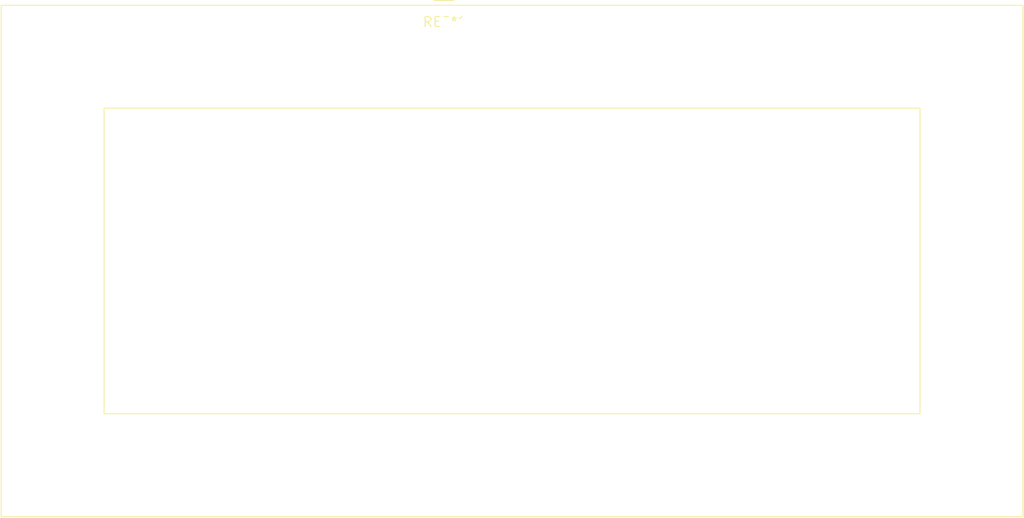
<source format=kicad_pcb>
(kicad_pcb (version 20240108) (generator pcbnew)
  (layers (0 "F.Cu" signal) (31 "B.Cu" signal) (34 "B.Paste" user) (35 "F.Paste" user) (36 "B.SilkS" user "B.Silkscreen") (37 "F.SilkS" user "F.Silkscreen") (38 "B.Mask" user) (39 "F.Mask" user) (44 "Edge.Cuts" user))
  (net 0 "")
  (footprint "ERM19264" (layer "F.Cu") (at 0 0)
    (property "Reference" "REF**")
    (property "Value" "ERM19264")
    (fp_line (start -56.46 -2.12) (end 73.78 -2.12) (layer "F.SilkS") (stroke (width 0.12)))
    (fp_line (start -56.46 63.12) (end -56.46 -2.12) (layer "F.SilkS") (stroke (width 0.12)))
    (fp_line (start -43.34 11) (end 60.66 11) (layer "F.SilkS") (stroke (width 0.12)))
    (fp_line (start -43.34 50) (end -43.34 11) (layer "F.SilkS") (stroke (width 0.12)))
    (fp_line (start 1.27 -2.74) (end -1.27 -2.74) (layer "F.SilkS") (stroke (width 0.12)))
    (fp_line (start 60.66 11) (end 60.66 50) (layer "F.SilkS") (stroke (width 0.12)))
    (fp_line (start 60.66 50) (end -43.34 50) (layer "F.SilkS") (stroke (width 0.12)))
    (fp_line (start 73.78 -2.12) (end 73.78 63.12) (layer "F.SilkS") (stroke (width 0.12)))
    (fp_line (start 73.78 63.12) (end -56.46 63.12) (layer "F.SilkS") (stroke (width 0.12)))
    (pad "" np_thru_hole circle (at -51.84 4 180) (size 3.5 3.5) (drill 3.5) (layers *.Cu *.Mask))
    (pad "" np_thru_hole circle (at -51.84 57 180) (size 3.5 3.5) (drill 3.5) (layers *.Cu *.Mask))
    (pad "" np_thru_hole circle (at 69.16 4 180) (size 3.5 3.5) (drill 3.5) (layers *.Cu *.Mask))
    (pad "" np_thru_hole circle (at 69.16 57 180) (size 3.5 3.5) (drill 3.5) (layers *.Cu *.Mask))
    (pad "1" thru_hole rect (at 0 0 180) (size 1.8 2.5) (drill 1.2) (layers *.Cu *.Mask) (remove_unused_layers))
    (pad "2" thru_hole oval (at 2.54 0 180) (size 1.8 2.5) (drill 1.2) (layers *.Cu *.Mask) (remove_unused_layers))
    (pad "3" thru_hole oval (at 5.08 0 180) (size 1.8 2.5) (drill 1.2) (layers *.Cu *.Mask) (remove_unused_layers))
    (pad "4" thru_hole oval (at 7.62 0 180) (size 1.8 2.5) (drill 1.2) (layers *.Cu *.Mask) (remove_unused_layers))
    (pad "5" thru_hole oval (at 10.16 0 180) (size 1.8 2.5) (drill 1.2) (layers *.Cu *.Mask) (remove_unused_layers))
    (pad "6" thru_hole oval (at 12.7 0 180) (size 1.8 2.5) (drill 1.2) (layers *.Cu *.Mask) (remove_unused_layers))
    (pad "7" thru_hole oval (at 15.24 0 180) (size 1.8 2.5) (drill 1.2) (layers *.Cu *.Mask) (remove_unused_layers))
    (pad "8" thru_hole oval (at 17.78 0 180) (size 1.8 2.5) (drill 1.2) (layers *.Cu *.Mask) (remove_unused_layers))
    (pad "9" thru_hole oval (at 20.32 0 180) (size 1.8 2.5) (drill 1.2) (layers *.Cu *.Mask) (remove_unused_layers))
    (pad "10" thru_hole oval (at 22.86 0 180) (size 1.8 2.5) (drill 1.2) (layers *.Cu *.Mask) (remove_unused_layers))
    (pad "11" thru_hole oval (at 25.4 0 180) (size 1.8 2.5) (drill 1.2) (layers *.Cu *.Mask) (remove_unused_layers))
    (pad "12" thru_hole oval (at 27.94 0 180) (size 1.8 2.5) (drill 1.2) (layers *.Cu *.Mask) (remove_unused_layers))
    (pad "13" thru_hole oval (at 30.48 0 180) (size 1.8 2.5) (drill 1.2) (layers *.Cu *.Mask) (remove_unused_layers))
    (pad "14" thru_hole oval (at 33.02 0 180) (size 1.8 2.5) (drill 1.2) (layers *.Cu *.Mask) (remove_unused_layers))
    (pad "15" thru_hole oval (at 35.56 0 180) (size 1.8 2.5) (drill 1.2) (layers *.Cu *.Mask) (remove_unused_layers))
    (pad "16" thru_hole oval (at 38.1 0 180) (size 1.8 2.5) (drill 1.2) (layers *.Cu *.Mask) (remove_unused_layers))
    (pad "17" thru_hole oval (at 40.64 0 180) (size 1.8 2.5) (drill 1.2) (layers *.Cu *.Mask) (remove_unused_layers))
    (pad "18" thru_hole oval (at 43.18 0 180) (size 1.8 2.5) (drill 1.2) (layers *.Cu *.Mask) (remove_unused_layers))
    (pad "19" thru_hole oval (at 45.72 0 180) (size 1.8 2.5) (drill 1.2) (layers *.Cu *.Mask) (remove_unused_layers))
    (pad "20" thru_hole oval (at 48.26 0 180) (size 1.8 2.5) (drill 1.2) (layers *.Cu *.Mask) (remove_unused_layers))
  )
)
</source>
